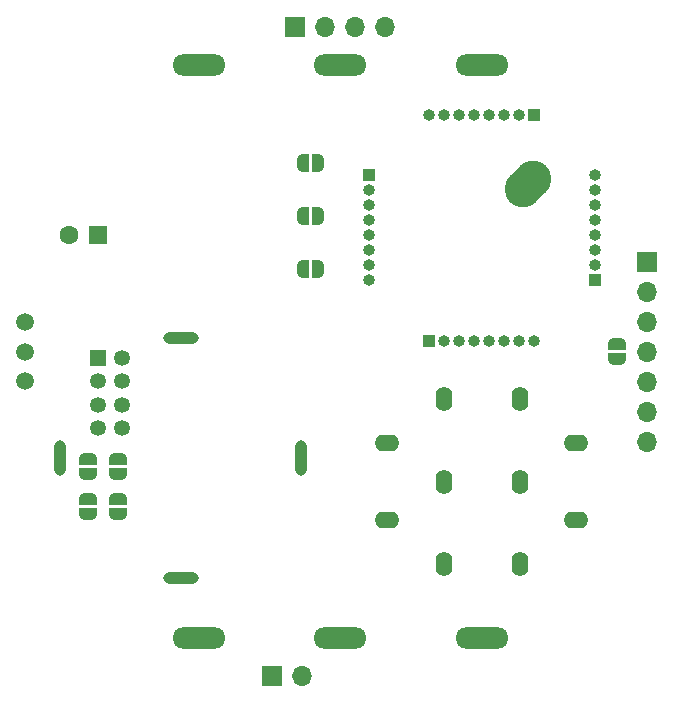
<source format=gbr>
%TF.GenerationSoftware,KiCad,Pcbnew,8.0.1*%
%TF.CreationDate,2024-08-14T10:44:39+09:00*%
%TF.ProjectId,main,6d61696e-2e6b-4696-9361-645f70636258,rev?*%
%TF.SameCoordinates,Original*%
%TF.FileFunction,Soldermask,Bot*%
%TF.FilePolarity,Negative*%
%FSLAX46Y46*%
G04 Gerber Fmt 4.6, Leading zero omitted, Abs format (unit mm)*
G04 Created by KiCad (PCBNEW 8.0.1) date 2024-08-14 10:44:39*
%MOMM*%
%LPD*%
G01*
G04 APERTURE LIST*
G04 Aperture macros list*
%AMHorizOval*
0 Thick line with rounded ends*
0 $1 width*
0 $2 $3 position (X,Y) of the first rounded end (center of the circle)*
0 $4 $5 position (X,Y) of the second rounded end (center of the circle)*
0 Add line between two ends*
20,1,$1,$2,$3,$4,$5,0*
0 Add two circle primitives to create the rounded ends*
1,1,$1,$2,$3*
1,1,$1,$4,$5*%
%AMFreePoly0*
4,1,19,0.500000,-0.750000,0.000000,-0.750000,0.000000,-0.744911,-0.071157,-0.744911,-0.207708,-0.704816,-0.327430,-0.627875,-0.420627,-0.520320,-0.479746,-0.390866,-0.500000,-0.250000,-0.500000,0.250000,-0.479746,0.390866,-0.420627,0.520320,-0.327430,0.627875,-0.207708,0.704816,-0.071157,0.744911,0.000000,0.744911,0.000000,0.750000,0.500000,0.750000,0.500000,-0.750000,0.500000,-0.750000,
$1*%
%AMFreePoly1*
4,1,19,0.000000,0.744911,0.071157,0.744911,0.207708,0.704816,0.327430,0.627875,0.420627,0.520320,0.479746,0.390866,0.500000,0.250000,0.500000,-0.250000,0.479746,-0.390866,0.420627,-0.520320,0.327430,-0.627875,0.207708,-0.704816,0.071157,-0.744911,0.000000,-0.744911,0.000000,-0.750000,-0.500000,-0.750000,-0.500000,0.750000,0.000000,0.750000,0.000000,0.744911,0.000000,0.744911,
$1*%
G04 Aperture macros list end*
%ADD10R,1.000000X1.000000*%
%ADD11O,1.000000X1.000000*%
%ADD12O,1.400000X2.100000*%
%ADD13O,2.100000X1.400000*%
%ADD14O,1.000000X3.000000*%
%ADD15O,3.000000X1.000000*%
%ADD16R,1.350000X1.350000*%
%ADD17C,1.350000*%
%ADD18R,1.700000X1.700000*%
%ADD19O,1.700000X1.700000*%
%ADD20C,1.500000*%
%ADD21HorizOval,3.100000X-0.424264X-0.424264X0.424264X0.424264X0*%
%ADD22R,1.600000X1.600000*%
%ADD23C,1.600000*%
%ADD24O,4.500000X1.800000*%
%ADD25FreePoly0,270.000000*%
%ADD26FreePoly1,270.000000*%
%ADD27FreePoly0,0.000000*%
%ADD28FreePoly1,0.000000*%
%ADD29FreePoly0,90.000000*%
%ADD30FreePoly1,90.000000*%
G04 APERTURE END LIST*
D10*
%TO.C,J2*%
X16444999Y20065772D03*
D11*
X15174999Y20065772D03*
X13904999Y20065772D03*
X12634999Y20065772D03*
X11364999Y20065772D03*
X10094999Y20065772D03*
X8824999Y20065772D03*
X7554999Y20065772D03*
%TD*%
D12*
%TO.C,SW1*%
X15250000Y-10997655D03*
X8750000Y-10997655D03*
%TD*%
D10*
%TO.C,J3*%
X2436572Y14947345D03*
D11*
X2436572Y13677345D03*
X2436572Y12407345D03*
X2436572Y11137345D03*
X2436572Y9867345D03*
X2436572Y8597345D03*
X2436572Y7327345D03*
X2436572Y6057345D03*
%TD*%
D10*
%TO.C,J4*%
X7555000Y938917D03*
D11*
X8825000Y938917D03*
X10095000Y938917D03*
X11365000Y938917D03*
X12635000Y938917D03*
X13905000Y938917D03*
X15175000Y938917D03*
X16445000Y938917D03*
%TD*%
D13*
%TO.C,SW3*%
X4000000Y-7747655D03*
X4000000Y-14247655D03*
%TD*%
D10*
%TO.C,J5*%
X21563427Y6057345D03*
D11*
X21563427Y7327345D03*
X21563427Y8597345D03*
X21563427Y9867345D03*
X21563427Y11137345D03*
X21563427Y12407345D03*
X21563427Y13677345D03*
X21563427Y14947345D03*
%TD*%
D12*
%TO.C,SW2*%
X15250000Y-3997655D03*
X8750000Y-3997655D03*
%TD*%
D14*
%TO.C,U4*%
X-23700000Y-8997655D03*
D15*
X-13500000Y1202345D03*
X-13500000Y-19197655D03*
D14*
X-3300000Y-8997655D03*
D16*
X-20500000Y-497655D03*
D17*
X-18500000Y-497655D03*
X-20500000Y-2497655D03*
X-18500000Y-2497655D03*
X-20500000Y-4497655D03*
X-18500000Y-4497655D03*
X-20500000Y-6497655D03*
X-18500000Y-6497655D03*
%TD*%
D18*
%TO.C,J6*%
X-5750000Y-27475000D03*
D19*
X-3210000Y-27475000D03*
%TD*%
D20*
%TO.C,SW8*%
X-26700000Y-2497655D03*
X-26700000Y2345D03*
X-26700000Y2502345D03*
%TD*%
D12*
%TO.C,SW4*%
X15250000Y-17997655D03*
X8750000Y-17997655D03*
%TD*%
D18*
%TO.C,U3*%
X-3810000Y27502345D03*
D19*
X-1270000Y27502345D03*
X1270000Y27502345D03*
X3810000Y27502345D03*
%TD*%
D13*
%TO.C,SW5*%
X20000000Y-7747655D03*
X20000000Y-14247655D03*
%TD*%
D21*
%TO.C,U1*%
X15900000Y14202345D03*
%TD*%
D18*
%TO.C,J1*%
X26000000Y7622345D03*
D19*
X26000000Y5082345D03*
X26000000Y2542345D03*
X26000000Y2345D03*
X26000000Y-2537655D03*
X26000000Y-5077655D03*
X26000000Y-7617655D03*
%TD*%
D22*
%TO.C,C4*%
X-20500000Y9852345D03*
D23*
X-23000000Y9852345D03*
%TD*%
D24*
%TO.C,BT2*%
X0Y-24247655D03*
X0Y24252345D03*
%TD*%
D25*
%TO.C,3.3V        VBUS*%
X23450000Y652345D03*
D26*
X23450000Y-647655D03*
%TD*%
D25*
%TO.C,JP6*%
X-18850000Y-9047655D03*
D26*
X-18850000Y-10347655D03*
%TD*%
D27*
%TO.C,M2*%
X-3150000Y11502345D03*
D28*
X-1850000Y11502345D03*
%TD*%
D29*
%TO.C,JP7*%
X-21350000Y-13747655D03*
D30*
X-21350000Y-12447655D03*
%TD*%
D27*
%TO.C,M3*%
X-3150000Y7002345D03*
D28*
X-1850000Y7002345D03*
%TD*%
D24*
%TO.C,BT1*%
X12000000Y24252345D03*
X12000000Y-24247655D03*
%TD*%
%TO.C,BT3*%
X-12000000Y24252345D03*
X-12000000Y-24247655D03*
%TD*%
D29*
%TO.C,JP5*%
X-18850000Y-13747655D03*
D30*
X-18850000Y-12447655D03*
%TD*%
D25*
%TO.C,JP8*%
X-21350000Y-9047655D03*
D26*
X-21350000Y-10347655D03*
%TD*%
D27*
%TO.C,M1*%
X-3150000Y16002345D03*
D28*
X-1850000Y16002345D03*
%TD*%
M02*

</source>
